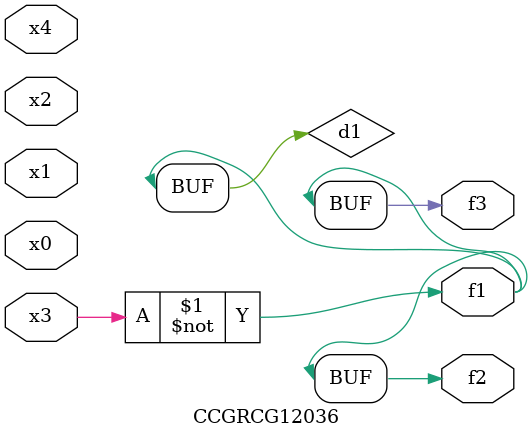
<source format=v>
module CCGRCG12036(
	input x0, x1, x2, x3, x4,
	output f1, f2, f3
);

	wire d1, d2;

	xnor (d1, x3);
	not (d2, x1);
	assign f1 = d1;
	assign f2 = d1;
	assign f3 = d1;
endmodule

</source>
